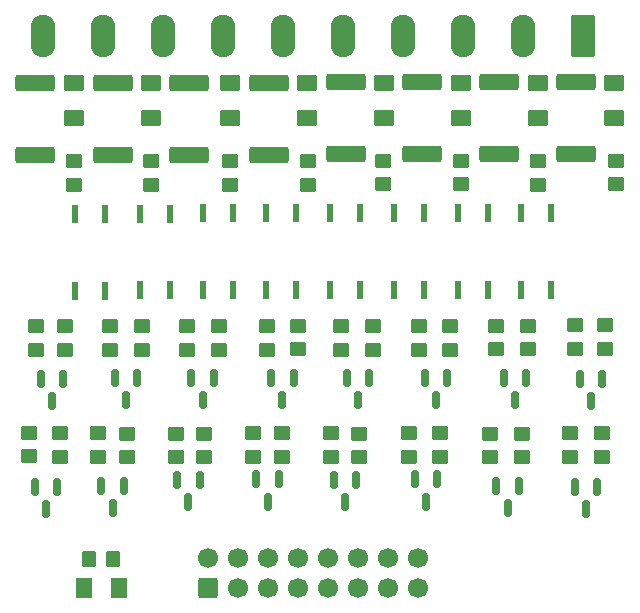
<source format=gbr>
%TF.GenerationSoftware,KiCad,Pcbnew,6.0.11+dfsg-1~bpo11+1*%
%TF.CreationDate,2023-07-05T16:17:00+02:00*%
%TF.ProjectId,din8rib21,64696e38-7269-4623-9231-2e6b69636164,1.1*%
%TF.SameCoordinates,Original*%
%TF.FileFunction,Soldermask,Top*%
%TF.FilePolarity,Negative*%
%FSLAX46Y46*%
G04 Gerber Fmt 4.6, Leading zero omitted, Abs format (unit mm)*
G04 Created by KiCad (PCBNEW 6.0.11+dfsg-1~bpo11+1) date 2023-07-05 16:17:00*
%MOMM*%
%LPD*%
G01*
G04 APERTURE LIST*
G04 Aperture macros list*
%AMRoundRect*
0 Rectangle with rounded corners*
0 $1 Rounding radius*
0 $2 $3 $4 $5 $6 $7 $8 $9 X,Y pos of 4 corners*
0 Add a 4 corners polygon primitive as box body*
4,1,4,$2,$3,$4,$5,$6,$7,$8,$9,$2,$3,0*
0 Add four circle primitives for the rounded corners*
1,1,$1+$1,$2,$3*
1,1,$1+$1,$4,$5*
1,1,$1+$1,$6,$7*
1,1,$1+$1,$8,$9*
0 Add four rect primitives between the rounded corners*
20,1,$1+$1,$2,$3,$4,$5,0*
20,1,$1+$1,$4,$5,$6,$7,0*
20,1,$1+$1,$6,$7,$8,$9,0*
20,1,$1+$1,$8,$9,$2,$3,0*%
G04 Aperture macros list end*
%ADD10RoundRect,0.150000X-0.150000X0.587500X-0.150000X-0.587500X0.150000X-0.587500X0.150000X0.587500X0*%
%ADD11RoundRect,0.250000X0.450000X-0.350000X0.450000X0.350000X-0.450000X0.350000X-0.450000X-0.350000X0*%
%ADD12RoundRect,0.250000X0.350000X0.450000X-0.350000X0.450000X-0.350000X-0.450000X0.350000X-0.450000X0*%
%ADD13RoundRect,0.250000X-0.450000X0.350000X-0.450000X-0.350000X0.450000X-0.350000X0.450000X0.350000X0*%
%ADD14RoundRect,0.249999X-1.425001X0.450001X-1.425001X-0.450001X1.425001X-0.450001X1.425001X0.450001X0*%
%ADD15RoundRect,0.137500X-0.137500X0.662500X-0.137500X-0.662500X0.137500X-0.662500X0.137500X0.662500X0*%
%ADD16RoundRect,0.250001X0.624999X-0.462499X0.624999X0.462499X-0.624999X0.462499X-0.624999X-0.462499X0*%
%ADD17RoundRect,0.250000X0.600000X-0.600000X0.600000X0.600000X-0.600000X0.600000X-0.600000X-0.600000X0*%
%ADD18C,1.700000*%
%ADD19RoundRect,0.250001X-0.462499X-0.624999X0.462499X-0.624999X0.462499X0.624999X-0.462499X0.624999X0*%
%ADD20RoundRect,0.249999X0.790001X1.550001X-0.790001X1.550001X-0.790001X-1.550001X0.790001X-1.550001X0*%
%ADD21O,2.080000X3.600000*%
G04 APERTURE END LIST*
D10*
%TO.C,Q16*%
X129310000Y-108420000D03*
X127410000Y-108420000D03*
X128360000Y-110295000D03*
%TD*%
D11*
%TO.C,R25*%
X147100000Y-96820000D03*
X147100000Y-94820000D03*
%TD*%
D10*
%TO.C,Q6*%
X168420000Y-108392500D03*
X166520000Y-108392500D03*
X167470000Y-110267500D03*
%TD*%
D12*
%TO.C,R41*%
X134020000Y-114590000D03*
X132020000Y-114590000D03*
%TD*%
D13*
%TO.C,R11*%
X162610000Y-94830000D03*
X162610000Y-96830000D03*
%TD*%
%TO.C,R31*%
X136510000Y-94820000D03*
X136510000Y-96820000D03*
%TD*%
D10*
%TO.C,Q1*%
X175450000Y-99292500D03*
X173550000Y-99292500D03*
X174500000Y-101167500D03*
%TD*%
D14*
%TO.C,R2*%
X166750000Y-74200000D03*
X166750000Y-80300000D03*
%TD*%
D15*
%TO.C,U5*%
X149570000Y-85250000D03*
X147030000Y-85250000D03*
X147030000Y-91750000D03*
X149570000Y-91750000D03*
%TD*%
D13*
%TO.C,R19*%
X163530000Y-80840000D03*
X163530000Y-82840000D03*
%TD*%
D10*
%TO.C,Q12*%
X129860000Y-99272500D03*
X127960000Y-99272500D03*
X128910000Y-101147500D03*
%TD*%
%TO.C,Q9*%
X149340000Y-99222500D03*
X147440000Y-99222500D03*
X148390000Y-101097500D03*
%TD*%
%TO.C,Q4*%
X155730000Y-99202500D03*
X153830000Y-99202500D03*
X154780000Y-101077500D03*
%TD*%
%TO.C,Q7*%
X161520000Y-107815000D03*
X159620000Y-107815000D03*
X160570000Y-109690000D03*
%TD*%
D15*
%TO.C,U7*%
X138840000Y-85300000D03*
X136300000Y-85300000D03*
X136300000Y-91800000D03*
X138840000Y-91800000D03*
%TD*%
D13*
%TO.C,R9*%
X175740000Y-94740000D03*
X175740000Y-96740000D03*
%TD*%
D16*
%TO.C,D5*%
X150500000Y-77237500D03*
X150500000Y-74262500D03*
%TD*%
D13*
%TO.C,R39*%
X137250000Y-80870000D03*
X137250000Y-82870000D03*
%TD*%
%TO.C,R44*%
X161710000Y-103920000D03*
X161710000Y-105920000D03*
%TD*%
%TO.C,R36*%
X126920000Y-103870000D03*
X126920000Y-105870000D03*
%TD*%
%TO.C,R20*%
X156950000Y-80840000D03*
X156950000Y-82840000D03*
%TD*%
%TO.C,R42*%
X175450000Y-103890000D03*
X175450000Y-105890000D03*
%TD*%
D14*
%TO.C,R22*%
X140500000Y-74250000D03*
X140500000Y-80350000D03*
%TD*%
D10*
%TO.C,Q8*%
X154660000Y-107835000D03*
X152760000Y-107835000D03*
X153710000Y-109710000D03*
%TD*%
%TO.C,Q10*%
X142580000Y-99212500D03*
X140680000Y-99212500D03*
X141630000Y-101087500D03*
%TD*%
%TO.C,Q14*%
X141380000Y-107842500D03*
X139480000Y-107842500D03*
X140430000Y-109717500D03*
%TD*%
D14*
%TO.C,R4*%
X153750000Y-74200000D03*
X153750000Y-80300000D03*
%TD*%
D15*
%TO.C,U1*%
X171170000Y-85250000D03*
X168630000Y-85250000D03*
X168630000Y-91750000D03*
X171170000Y-91750000D03*
%TD*%
D14*
%TO.C,R21*%
X147250000Y-74250000D03*
X147250000Y-80350000D03*
%TD*%
D13*
%TO.C,R29*%
X149730000Y-94810000D03*
X149730000Y-96810000D03*
%TD*%
D16*
%TO.C,D6*%
X144000000Y-77225000D03*
X144000000Y-74250000D03*
%TD*%
D15*
%TO.C,U4*%
X155000000Y-85250000D03*
X152460000Y-85250000D03*
X152460000Y-91750000D03*
X155000000Y-91750000D03*
%TD*%
%TO.C,U6*%
X144190000Y-85250000D03*
X141650000Y-85250000D03*
X141650000Y-91750000D03*
X144190000Y-91750000D03*
%TD*%
D10*
%TO.C,Q5*%
X175030000Y-108412500D03*
X173130000Y-108412500D03*
X174080000Y-110287500D03*
%TD*%
%TO.C,Q11*%
X136090000Y-99232500D03*
X134190000Y-99232500D03*
X135140000Y-101107500D03*
%TD*%
D13*
%TO.C,R43*%
X168640000Y-103940000D03*
X168640000Y-105940000D03*
%TD*%
D16*
%TO.C,D8*%
X130750000Y-77225000D03*
X130750000Y-74250000D03*
%TD*%
D13*
%TO.C,R49*%
X129580000Y-103900000D03*
X129580000Y-105900000D03*
%TD*%
D17*
%TO.C,J1*%
X142110000Y-116980000D03*
D18*
X142110000Y-114440000D03*
X144650000Y-116980000D03*
X144650000Y-114440000D03*
X147190000Y-116980000D03*
X147190000Y-114440000D03*
X149730000Y-116980000D03*
X149730000Y-114440000D03*
X152270000Y-116980000D03*
X152270000Y-114440000D03*
X154810000Y-116980000D03*
X154810000Y-114440000D03*
X157350000Y-116980000D03*
X157350000Y-114440000D03*
X159890000Y-116980000D03*
X159890000Y-114440000D03*
%TD*%
D13*
%TO.C,R15*%
X159130000Y-103900000D03*
X159130000Y-105900000D03*
%TD*%
%TO.C,R13*%
X172740000Y-103910000D03*
X172740000Y-105910000D03*
%TD*%
%TO.C,R32*%
X130030000Y-94840000D03*
X130030000Y-96840000D03*
%TD*%
D11*
%TO.C,R26*%
X140310000Y-96860000D03*
X140310000Y-94860000D03*
%TD*%
D10*
%TO.C,Q13*%
X148100000Y-107810000D03*
X146200000Y-107810000D03*
X147150000Y-109685000D03*
%TD*%
D13*
%TO.C,R40*%
X130790000Y-80870000D03*
X130790000Y-82870000D03*
%TD*%
D16*
%TO.C,D4*%
X157000000Y-77225000D03*
X157000000Y-74250000D03*
%TD*%
D13*
%TO.C,R17*%
X176670000Y-80830000D03*
X176670000Y-82830000D03*
%TD*%
D16*
%TO.C,D1*%
X176500000Y-77225000D03*
X176500000Y-74250000D03*
%TD*%
D11*
%TO.C,R28*%
X127550000Y-96850000D03*
X127550000Y-94850000D03*
%TD*%
D10*
%TO.C,Q15*%
X134970000Y-108382500D03*
X133070000Y-108382500D03*
X134020000Y-110257500D03*
%TD*%
D13*
%TO.C,R10*%
X169190000Y-94800000D03*
X169190000Y-96800000D03*
%TD*%
%TO.C,R46*%
X148340000Y-103890000D03*
X148340000Y-105890000D03*
%TD*%
D14*
%TO.C,R24*%
X127450000Y-74210000D03*
X127450000Y-80310000D03*
%TD*%
D13*
%TO.C,R12*%
X156030000Y-94840000D03*
X156030000Y-96840000D03*
%TD*%
D15*
%TO.C,U8*%
X133390000Y-85350000D03*
X130850000Y-85350000D03*
X130850000Y-91850000D03*
X133390000Y-91850000D03*
%TD*%
D19*
%TO.C,D9*%
X131585000Y-117010000D03*
X134560000Y-117010000D03*
%TD*%
D16*
%TO.C,D3*%
X163500000Y-77237500D03*
X163500000Y-74262500D03*
%TD*%
D13*
%TO.C,R47*%
X141750000Y-103950000D03*
X141750000Y-105950000D03*
%TD*%
%TO.C,R45*%
X154870000Y-103940000D03*
X154870000Y-105940000D03*
%TD*%
D16*
%TO.C,D2*%
X170000000Y-77225000D03*
X170000000Y-74250000D03*
%TD*%
D13*
%TO.C,R38*%
X143940000Y-80880000D03*
X143940000Y-82880000D03*
%TD*%
D14*
%TO.C,R23*%
X134010000Y-74240000D03*
X134010000Y-80340000D03*
%TD*%
D11*
%TO.C,R5*%
X173130000Y-96760000D03*
X173130000Y-94760000D03*
%TD*%
D13*
%TO.C,R33*%
X145900000Y-103900000D03*
X145900000Y-105900000D03*
%TD*%
D11*
%TO.C,R27*%
X133790000Y-96850000D03*
X133790000Y-94850000D03*
%TD*%
D13*
%TO.C,R16*%
X152530000Y-103920000D03*
X152530000Y-105920000D03*
%TD*%
D16*
%TO.C,D7*%
X137250000Y-77225000D03*
X137250000Y-74250000D03*
%TD*%
D14*
%TO.C,R1*%
X173250000Y-74200000D03*
X173250000Y-80300000D03*
%TD*%
D13*
%TO.C,R30*%
X143030000Y-94820000D03*
X143030000Y-96820000D03*
%TD*%
%TO.C,R37*%
X150550000Y-80870000D03*
X150550000Y-82870000D03*
%TD*%
D14*
%TO.C,R3*%
X160250000Y-74200000D03*
X160250000Y-80300000D03*
%TD*%
D11*
%TO.C,R7*%
X159980000Y-96830000D03*
X159980000Y-94830000D03*
%TD*%
D13*
%TO.C,R48*%
X135210000Y-103930000D03*
X135210000Y-105930000D03*
%TD*%
D10*
%TO.C,Q2*%
X169020000Y-99232500D03*
X167120000Y-99232500D03*
X168070000Y-101107500D03*
%TD*%
D11*
%TO.C,R6*%
X166470000Y-96810000D03*
X166470000Y-94810000D03*
%TD*%
D13*
%TO.C,R35*%
X132820000Y-103890000D03*
X132820000Y-105890000D03*
%TD*%
%TO.C,R14*%
X165950000Y-103930000D03*
X165950000Y-105930000D03*
%TD*%
D11*
%TO.C,R8*%
X153390000Y-96820000D03*
X153390000Y-94820000D03*
%TD*%
D15*
%TO.C,U2*%
X165770000Y-85250000D03*
X163230000Y-85250000D03*
X163230000Y-91750000D03*
X165770000Y-91750000D03*
%TD*%
D10*
%TO.C,Q3*%
X162360000Y-99222500D03*
X160460000Y-99222500D03*
X161410000Y-101097500D03*
%TD*%
D13*
%TO.C,R18*%
X170010000Y-80850000D03*
X170010000Y-82850000D03*
%TD*%
%TO.C,R34*%
X139360000Y-103950000D03*
X139360000Y-105950000D03*
%TD*%
D15*
%TO.C,U3*%
X160380000Y-85250000D03*
X157840000Y-85250000D03*
X157840000Y-91750000D03*
X160380000Y-91750000D03*
%TD*%
D20*
%TO.C,J2*%
X173860000Y-70277500D03*
D21*
X168780000Y-70277500D03*
X163700000Y-70277500D03*
X158620000Y-70277500D03*
X153540000Y-70277500D03*
X148460000Y-70277500D03*
X143380000Y-70277500D03*
X138300000Y-70277500D03*
X133220000Y-70277500D03*
X128140000Y-70277500D03*
%TD*%
M02*

</source>
